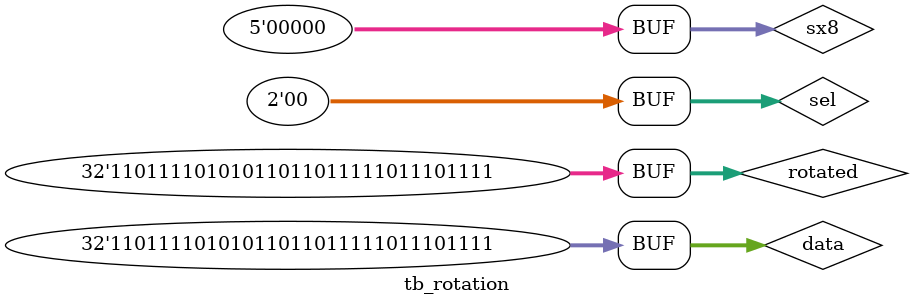
<source format=v>
module tb_rotation ();

reg [1:0] sel = 0;
reg [31:0] data = 0;

wire [4:0] sx8 = sel << 2'd3;
  wire [31:0] rotated =  (data >> (sx8)) | (data << (6'd32 - sx8));

initial begin
 $monitor("%H", rotated);
  #5;
  data = 32'hdeadbeef;
  #5
  sel = 2'b01;
  #5;
  sel = 2'b10;
  #5;
  sel = 2'b11;
  #5;
  sel = 2'b00;
  #5;
end

endmodule

</source>
